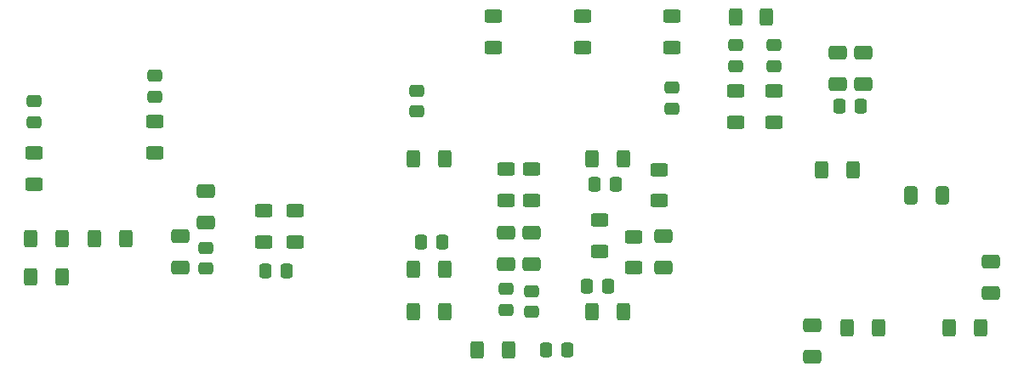
<source format=gbr>
%TF.GenerationSoftware,KiCad,Pcbnew,(6.0.10)*%
%TF.CreationDate,2023-04-08T13:31:08+03:00*%
%TF.ProjectId,DelSol_Preamp,44656c53-6f6c-45f5-9072-65616d702e6b,rev?*%
%TF.SameCoordinates,Original*%
%TF.FileFunction,Paste,Bot*%
%TF.FilePolarity,Positive*%
%FSLAX46Y46*%
G04 Gerber Fmt 4.6, Leading zero omitted, Abs format (unit mm)*
G04 Created by KiCad (PCBNEW (6.0.10)) date 2023-04-08 13:31:08*
%MOMM*%
%LPD*%
G01*
G04 APERTURE LIST*
G04 Aperture macros list*
%AMRoundRect*
0 Rectangle with rounded corners*
0 $1 Rounding radius*
0 $2 $3 $4 $5 $6 $7 $8 $9 X,Y pos of 4 corners*
0 Add a 4 corners polygon primitive as box body*
4,1,4,$2,$3,$4,$5,$6,$7,$8,$9,$2,$3,0*
0 Add four circle primitives for the rounded corners*
1,1,$1+$1,$2,$3*
1,1,$1+$1,$4,$5*
1,1,$1+$1,$6,$7*
1,1,$1+$1,$8,$9*
0 Add four rect primitives between the rounded corners*
20,1,$1+$1,$2,$3,$4,$5,0*
20,1,$1+$1,$4,$5,$6,$7,0*
20,1,$1+$1,$6,$7,$8,$9,0*
20,1,$1+$1,$8,$9,$2,$3,0*%
G04 Aperture macros list end*
%ADD10RoundRect,0.250000X-0.625000X0.400000X-0.625000X-0.400000X0.625000X-0.400000X0.625000X0.400000X0*%
%ADD11RoundRect,0.250000X-0.650000X0.412500X-0.650000X-0.412500X0.650000X-0.412500X0.650000X0.412500X0*%
%ADD12RoundRect,0.250000X0.475000X-0.337500X0.475000X0.337500X-0.475000X0.337500X-0.475000X-0.337500X0*%
%ADD13RoundRect,0.250000X-0.337500X-0.475000X0.337500X-0.475000X0.337500X0.475000X-0.337500X0.475000X0*%
%ADD14RoundRect,0.250000X-0.400000X-0.625000X0.400000X-0.625000X0.400000X0.625000X-0.400000X0.625000X0*%
%ADD15RoundRect,0.250000X0.337500X0.475000X-0.337500X0.475000X-0.337500X-0.475000X0.337500X-0.475000X0*%
%ADD16RoundRect,0.250000X-0.475000X0.337500X-0.475000X-0.337500X0.475000X-0.337500X0.475000X0.337500X0*%
%ADD17RoundRect,0.250000X0.625000X-0.400000X0.625000X0.400000X-0.625000X0.400000X-0.625000X-0.400000X0*%
%ADD18RoundRect,0.250000X0.650000X-0.412500X0.650000X0.412500X-0.650000X0.412500X-0.650000X-0.412500X0*%
%ADD19RoundRect,0.250000X0.400000X0.625000X-0.400000X0.625000X-0.400000X-0.625000X0.400000X-0.625000X0*%
%ADD20RoundRect,0.250000X-0.412500X-0.650000X0.412500X-0.650000X0.412500X0.650000X-0.412500X0.650000X0*%
G04 APERTURE END LIST*
D10*
X124460000Y-19710000D03*
X124460000Y-22810000D03*
D11*
X138430000Y-50507500D03*
X138430000Y-53632500D03*
D12*
X110490000Y-49200000D03*
X110490000Y-47125000D03*
D13*
X99525000Y-42205000D03*
X101600000Y-42205000D03*
X116035000Y-46640000D03*
X118110000Y-46640000D03*
D14*
X139420000Y-35070000D03*
X142520000Y-35070000D03*
D12*
X124480000Y-28917500D03*
X124480000Y-26842500D03*
X134620000Y-24677500D03*
X134620000Y-22602500D03*
D10*
X117310000Y-40030000D03*
X117310000Y-43130000D03*
X123190000Y-35000000D03*
X123190000Y-38100000D03*
D15*
X143277500Y-28720000D03*
X141202500Y-28720000D03*
D14*
X98780000Y-49200000D03*
X101880000Y-49200000D03*
D16*
X130810000Y-22602500D03*
X130810000Y-24677500D03*
D14*
X67030000Y-41910000D03*
X70130000Y-41910000D03*
D16*
X78105000Y-42777500D03*
X78105000Y-44852500D03*
D10*
X115570000Y-19710000D03*
X115570000Y-22810000D03*
D17*
X134620000Y-30270000D03*
X134620000Y-27170000D03*
D14*
X60680000Y-45720000D03*
X63780000Y-45720000D03*
D11*
X110490000Y-41287500D03*
X110490000Y-44412500D03*
D15*
X114067500Y-53010000D03*
X111992500Y-53010000D03*
D12*
X73025000Y-27707500D03*
X73025000Y-25632500D03*
D14*
X105130000Y-53010000D03*
X108230000Y-53010000D03*
D17*
X86995000Y-42190000D03*
X86995000Y-39090000D03*
D12*
X60960000Y-30247500D03*
X60960000Y-28172500D03*
D16*
X107950000Y-46892500D03*
X107950000Y-48967500D03*
D12*
X99060000Y-29216252D03*
X99060000Y-27141252D03*
D11*
X75565000Y-41617500D03*
X75565000Y-44742500D03*
D10*
X110490000Y-34950000D03*
X110490000Y-38050000D03*
D11*
X156210000Y-44157500D03*
X156210000Y-47282500D03*
X123660000Y-41617500D03*
X123660000Y-44742500D03*
D17*
X83820000Y-42190000D03*
X83820000Y-39090000D03*
D14*
X116560000Y-33960000D03*
X119660000Y-33960000D03*
D13*
X84052500Y-45085000D03*
X86127500Y-45085000D03*
D14*
X98780000Y-44925000D03*
X101880000Y-44925000D03*
D10*
X107950000Y-34950000D03*
X107950000Y-38050000D03*
D18*
X107950000Y-44412500D03*
X107950000Y-41287500D03*
D14*
X152120000Y-50800000D03*
X155220000Y-50800000D03*
D10*
X106680000Y-19710000D03*
X106680000Y-22810000D03*
X130810000Y-27170000D03*
X130810000Y-30270000D03*
D14*
X116560000Y-49200000D03*
X119660000Y-49200000D03*
X60680000Y-41910000D03*
X63780000Y-41910000D03*
D11*
X143510000Y-23347500D03*
X143510000Y-26472500D03*
D18*
X140970000Y-26472500D03*
X140970000Y-23347500D03*
D19*
X145060000Y-50800000D03*
X141960000Y-50800000D03*
X133910000Y-19830000D03*
X130810000Y-19830000D03*
D11*
X78105000Y-37172500D03*
X78105000Y-40297500D03*
D17*
X120650000Y-44780000D03*
X120650000Y-41680000D03*
D19*
X101880000Y-33960000D03*
X98780000Y-33960000D03*
D20*
X148297500Y-37610000D03*
X151422500Y-37610000D03*
D15*
X118886248Y-36500000D03*
X116811248Y-36500000D03*
D17*
X60960000Y-36475000D03*
X60960000Y-33375000D03*
X73025000Y-33300000D03*
X73025000Y-30200000D03*
M02*

</source>
